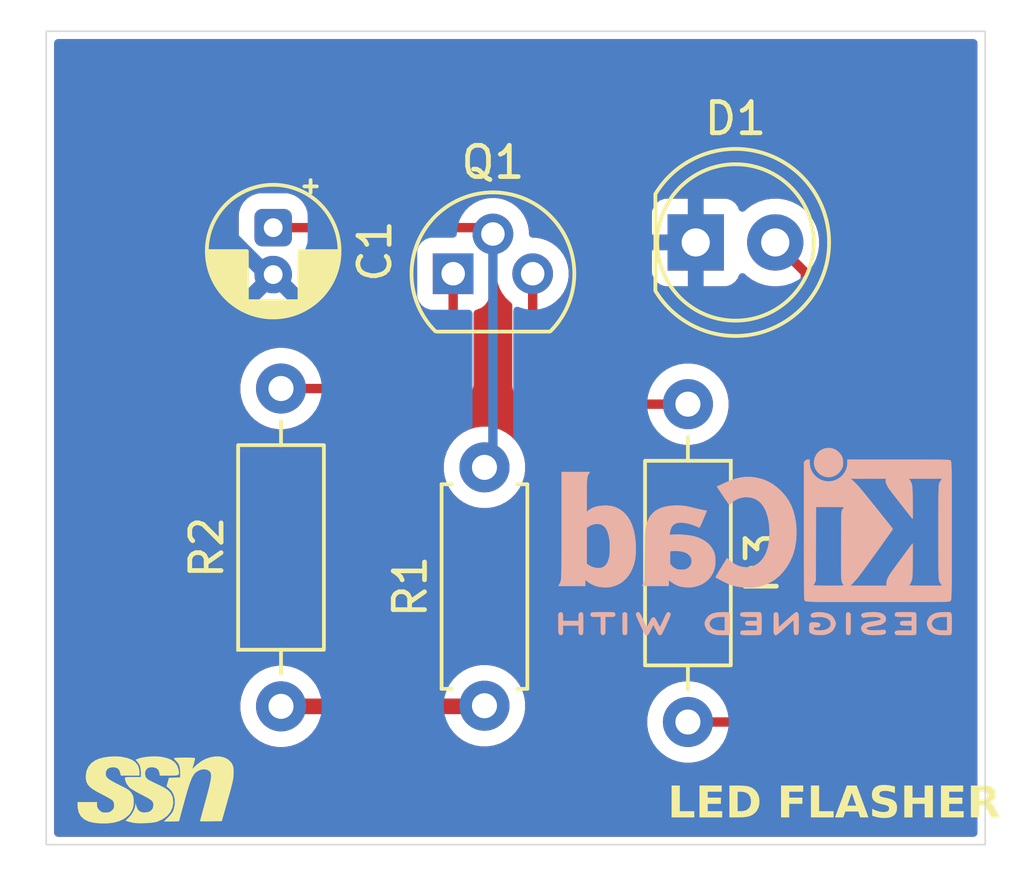
<source format=kicad_pcb>
(kicad_pcb (version 20241229) (generator "pcbnew") (generator_version "9.0")
  (layers (0 "F.Cu" signal) (2 "B.Cu" signal) (13 "F.Paste" user) (15 "B.Paste" user) (5 "F.SilkS" user "F.Silkscreen") (7 "B.SilkS" user "B.Silkscreen") (1 "F.Mask" user) (3 "B.Mask" user) (25 "Edge.Cuts" user))
  (net 0 "")
  (net 1 "Net-(Q1-E)")
  (net 2 "GND")
  (net 3 "Net-(D1-A)")
  (net 4 "Net-(Q1-B1)")
  (net 5 "Net-(Q1-B2)")
  (net 6 "+5V")
  (footprint "LOGO" (layer "F.Cu") (at 139.25 114.75)
    (property "Reference" "G***" (hide yes))
    (property "Value" "LOGO" (hide yes))
  )
  (footprint "Resistor_THT:R_Axial_DIN0207_L6.3mm_D2.5mm_P10.16mm_Horizontal" (layer "F.Cu") (at 143.25 112.08 90)
    (property "Reference" "R2" (at 5.08 -2.37 90) (layer "F.SilkS"))
    (property "Value" "1000")
    (pad "1" thru_hole circle (at 0 0 90) (size 1.6 1.6) (drill 0.8) (layers "*.Cu" "*.Mask") (net 6 "+5V"))
    (pad "2" thru_hole circle (at 10.16 0 90) (size 1.6 1.6) (drill 0.8) (layers "*.Cu" "*.Mask") (net 5 "Net-(Q1-B2)"))
  )
  (footprint "Package_TO_SOT_THT:TO-92" (layer "F.Cu") (at 148.75 98.25)
    (property "Reference" "Q1" (at 1.27 -3.56 0) (layer "F.SilkS"))
    (property "Value" "2N222")
    (pad "1" thru_hole rect (at 0 0) (size 1.3 1.3) (drill 0.75) (layers "*.Cu" "*.Mask") (net 5 "Net-(Q1-B2)"))
    (pad "2" thru_hole circle (at 1.27 -1.27) (size 1.3 1.3) (drill 0.75) (layers "*.Cu" "*.Mask") (net 1 "Net-(Q1-E)"))
    (pad "3" thru_hole circle (at 2.54 0) (size 1.3 1.3) (drill 0.75) (layers "*.Cu" "*.Mask") (net 4 "Net-(Q1-B1)"))
  )
  (footprint "Capacitor_THT:CP_Radial_D4.0mm_P1.50mm" (layer "F.Cu") (at 143 96.777401 -90)
    (property "Reference" "C1" (at 0.75 -3.25 90) (layer "F.SilkS"))
    (property "Value" "10uF")
    (pad "1" thru_hole roundrect (at 0 0 270) (size 1.2 1.2) (drill 0.6) (layers "*.Cu" "*.Mask") (roundrect_rratio 0.208333) (net 1 "Net-(Q1-E)"))
    (pad "2" thru_hole circle (at 1.5 0 270) (size 1.2 1.2) (drill 0.6) (layers "*.Cu" "*.Mask") (net 2 "GND"))
  )
  (footprint "Resistor_THT:R_Axial_DIN0207_L6.3mm_D2.5mm_P10.16mm_Horizontal" (layer "F.Cu") (at 156.25 102.42 -90)
    (property "Reference" "R3" (at 5.08 -2.37 90) (layer "F.SilkS"))
    (property "Value" "47")
    (pad "1" thru_hole circle (at 0 0 270) (size 1.6 1.6) (drill 0.8) (layers "*.Cu" "*.Mask") (net 4 "Net-(Q1-B1)"))
    (pad "2" thru_hole circle (at 10.16 0 270) (size 1.6 1.6) (drill 0.8) (layers "*.Cu" "*.Mask") (net 3 "Net-(D1-A)"))
  )
  (footprint "LED_THT:LED_D5.0mm" (layer "F.Cu") (at 156.5 97.25)
    (property "Reference" "D1" (at 1.27 -3.96 0) (layer "F.SilkS"))
    (property "Value" "LED")
    (pad "1" thru_hole rect (at 0 0) (size 1.8 1.8) (drill 0.9) (layers "*.Cu" "*.Mask") (net 2 "GND"))
    (pad "2" thru_hole circle (at 2.54 0) (size 1.8 1.8) (drill 0.9) (layers "*.Cu" "*.Mask") (net 3 "Net-(D1-A)"))
  )
  (footprint "Resistor_THT:R_Axial_DIN0207_L6.3mm_D2.5mm_P7.62mm_Horizontal" (layer "F.Cu") (at 149.75 112.06 90)
    (property "Reference" "R1" (at 3.81 -2.37 90) (layer "F.SilkS"))
    (property "Value" "10000")
    (pad "1" thru_hole circle (at 0 0 90) (size 1.6 1.6) (drill 0.8) (layers "*.Cu" "*.Mask") (net 6 "+5V"))
    (pad "2" thru_hole circle (at 7.62 0 90) (size 1.6 1.6) (drill 0.8) (layers "*.Cu" "*.Mask") (net 1 "Net-(Q1-E)"))
  )
  (footprint "Symbol:KiCad-Logo2_5mm_SilkScreen" (layer "B.Cu") (at 158.4 106.8 180)
    (property "Reference" "REF**" (hide yes))
    (property "Value" "KiCad-Logo2_5mm_SilkScreen" (hide yes))
  )
  (gr_rect (start 135.75 90.5) (end 165.75 116.5) (stroke (width 0.05)) (fill no) (layer "Edge.Cuts"))
  (gr_text "LED FLASHER" (at 155.6 115.8 0) (layer "F.SilkS") (effects (font (size 1 1) (thickness 0.1)) (justify left bottom)))
  (segment (start 149.817401 96.777401) (end 150.02 96.98) (width 0.3) (layer "F.Cu") (net 1))
  (segment (start 143 96.777401) (end 149.817401 96.777401) (width 0.3) (layer "F.Cu") (net 1))
  (segment (start 150.02 104.17) (end 149.75 104.44) (width 0.3) (layer "B.Cu") (net 1))
  (segment (start 150.02 96.98) (end 150.02 104.17) (width 0.3) (layer "B.Cu") (net 1))
  (segment (start 156.5 94) (end 156.5 97.25) (width 0.5) (layer "B.Cu") (net 2))
  (segment (start 142.801708 98.277401) (end 140.75 96.225693) (width 0.5) (layer "B.Cu") (net 2))
  (segment (start 140.75 93.5) (end 141 93.25) (width 0.5) (layer "B.Cu") (net 2))
  (segment (start 155.75 93.25) (end 156.5 94) (width 0.5) (layer "B.Cu") (net 2))
  (segment (start 141 93.25) (end 155.75 93.25) (width 0.5) (layer "B.Cu") (net 2))
  (segment (start 140.75 96.225693) (end 140.75 93.5) (width 0.5) (layer "B.Cu") (net 2))
  (segment (start 143 98.277401) (end 142.801708 98.277401) (width 0.5) (layer "B.Cu") (net 2))
  (segment (start 156.25 112.58) (end 159.92 112.58) (width 0.3) (layer "F.Cu") (net 3))
  (segment (start 160 98.21) (end 159.04 97.25) (width 0.3) (layer "F.Cu") (net 3))
  (segment (start 160 112.5) (end 160 98.21) (width 0.3) (layer "F.Cu") (net 3))
  (segment (start 159.92 112.58) (end 160 112.5) (width 0.3) (layer "F.Cu") (net 3))
  (segment (start 151.29 98.25) (end 151.29 101.79) (width 0.3) (layer "F.Cu") (net 4))
  (segment (start 151.29 101.79) (end 152 102.5) (width 0.3) (layer "F.Cu") (net 4))
  (segment (start 156.14 102.31) (end 156.25 102.42) (width 0.3) (layer "F.Cu") (net 4))
  (segment (start 152.08 102.42) (end 156.25 102.42) (width 0.3) (layer "F.Cu") (net 4))
  (segment (start 152 102.5) (end 152.08 102.42) (width 0.3) (layer "F.Cu") (net 4))
  (segment (start 143.25 101.92) (end 148.58 101.92) (width 0.3) (layer "F.Cu") (net 5))
  (segment (start 148.58 101.92) (end 148.75 101.75) (width 0.3) (layer "F.Cu") (net 5))
  (segment (start 148.75 101.75) (end 148.75 98.25) (width 0.3) (layer "F.Cu") (net 5))
  (segment (start 149.73 112.08) (end 149.75 112.06) (width 0.5) (layer "F.Cu") (net 6))
  (segment (start 143.25 112.08) (end 149.73 112.08) (width 0.5) (layer "F.Cu") (net 6))
  (zone (net 2) (net_name "GND") (layers "F.Cu" "B.Cu") (connect_pads (clearance 0.5)) (min_thickness 0.25) (fill yes (thermal_gap 0.5) (thermal_bridge_width 0.5))
    (polygon (pts (xy 167 89.5) (xy 134.272059 89.5) (xy 134.476376 117.287061) (xy 167 117.480654)))
  )
)
</source>
